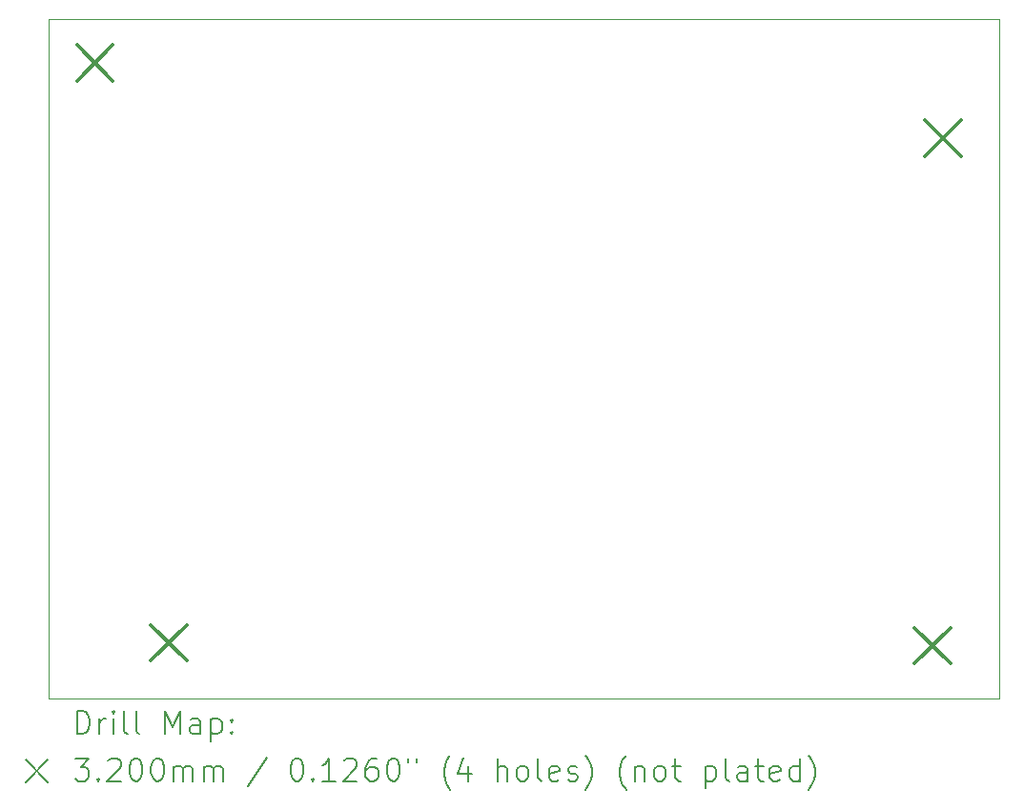
<source format=gbr>
%FSLAX45Y45*%
G04 Gerber Fmt 4.5, Leading zero omitted, Abs format (unit mm)*
G04 Created by KiCad (PCBNEW (6.0.1)) date 2022-02-08 14:36:47*
%MOMM*%
%LPD*%
G01*
G04 APERTURE LIST*
%TA.AperFunction,Profile*%
%ADD10C,0.100000*%
%TD*%
%ADD11C,0.200000*%
%ADD12C,0.320000*%
G04 APERTURE END LIST*
D10*
X7025640Y-7747000D02*
X15463520Y-7747000D01*
X15463520Y-7747000D02*
X15463520Y-13776960D01*
X15463520Y-13776960D02*
X7025640Y-13776960D01*
X7025640Y-13776960D02*
X7025640Y-7747000D01*
D11*
D12*
X7277120Y-7973080D02*
X7597120Y-8293080D01*
X7597120Y-7973080D02*
X7277120Y-8293080D01*
X7932440Y-13124200D02*
X8252440Y-13444200D01*
X8252440Y-13124200D02*
X7932440Y-13444200D01*
X14714240Y-13149600D02*
X15034240Y-13469600D01*
X15034240Y-13149600D02*
X14714240Y-13469600D01*
X14810760Y-8638560D02*
X15130760Y-8958560D01*
X15130760Y-8638560D02*
X14810760Y-8958560D01*
D11*
X7278259Y-14092436D02*
X7278259Y-13892436D01*
X7325878Y-13892436D01*
X7354449Y-13901960D01*
X7373497Y-13921008D01*
X7383021Y-13940055D01*
X7392545Y-13978150D01*
X7392545Y-14006722D01*
X7383021Y-14044817D01*
X7373497Y-14063865D01*
X7354449Y-14082912D01*
X7325878Y-14092436D01*
X7278259Y-14092436D01*
X7478259Y-14092436D02*
X7478259Y-13959103D01*
X7478259Y-13997198D02*
X7487783Y-13978150D01*
X7497307Y-13968627D01*
X7516354Y-13959103D01*
X7535402Y-13959103D01*
X7602068Y-14092436D02*
X7602068Y-13959103D01*
X7602068Y-13892436D02*
X7592545Y-13901960D01*
X7602068Y-13911484D01*
X7611592Y-13901960D01*
X7602068Y-13892436D01*
X7602068Y-13911484D01*
X7725878Y-14092436D02*
X7706830Y-14082912D01*
X7697307Y-14063865D01*
X7697307Y-13892436D01*
X7830640Y-14092436D02*
X7811592Y-14082912D01*
X7802068Y-14063865D01*
X7802068Y-13892436D01*
X8059211Y-14092436D02*
X8059211Y-13892436D01*
X8125878Y-14035293D01*
X8192545Y-13892436D01*
X8192545Y-14092436D01*
X8373497Y-14092436D02*
X8373497Y-13987674D01*
X8363973Y-13968627D01*
X8344926Y-13959103D01*
X8306830Y-13959103D01*
X8287783Y-13968627D01*
X8373497Y-14082912D02*
X8354449Y-14092436D01*
X8306830Y-14092436D01*
X8287783Y-14082912D01*
X8278259Y-14063865D01*
X8278259Y-14044817D01*
X8287783Y-14025769D01*
X8306830Y-14016246D01*
X8354449Y-14016246D01*
X8373497Y-14006722D01*
X8468735Y-13959103D02*
X8468735Y-14159103D01*
X8468735Y-13968627D02*
X8487783Y-13959103D01*
X8525878Y-13959103D01*
X8544926Y-13968627D01*
X8554450Y-13978150D01*
X8563973Y-13997198D01*
X8563973Y-14054341D01*
X8554450Y-14073388D01*
X8544926Y-14082912D01*
X8525878Y-14092436D01*
X8487783Y-14092436D01*
X8468735Y-14082912D01*
X8649688Y-14073388D02*
X8659211Y-14082912D01*
X8649688Y-14092436D01*
X8640164Y-14082912D01*
X8649688Y-14073388D01*
X8649688Y-14092436D01*
X8649688Y-13968627D02*
X8659211Y-13978150D01*
X8649688Y-13987674D01*
X8640164Y-13978150D01*
X8649688Y-13968627D01*
X8649688Y-13987674D01*
X6820640Y-14321960D02*
X7020640Y-14521960D01*
X7020640Y-14321960D02*
X6820640Y-14521960D01*
X7259211Y-14312436D02*
X7383021Y-14312436D01*
X7316354Y-14388627D01*
X7344926Y-14388627D01*
X7363973Y-14398150D01*
X7373497Y-14407674D01*
X7383021Y-14426722D01*
X7383021Y-14474341D01*
X7373497Y-14493388D01*
X7363973Y-14502912D01*
X7344926Y-14512436D01*
X7287783Y-14512436D01*
X7268735Y-14502912D01*
X7259211Y-14493388D01*
X7468735Y-14493388D02*
X7478259Y-14502912D01*
X7468735Y-14512436D01*
X7459211Y-14502912D01*
X7468735Y-14493388D01*
X7468735Y-14512436D01*
X7554449Y-14331484D02*
X7563973Y-14321960D01*
X7583021Y-14312436D01*
X7630640Y-14312436D01*
X7649688Y-14321960D01*
X7659211Y-14331484D01*
X7668735Y-14350531D01*
X7668735Y-14369579D01*
X7659211Y-14398150D01*
X7544926Y-14512436D01*
X7668735Y-14512436D01*
X7792545Y-14312436D02*
X7811592Y-14312436D01*
X7830640Y-14321960D01*
X7840164Y-14331484D01*
X7849688Y-14350531D01*
X7859211Y-14388627D01*
X7859211Y-14436246D01*
X7849688Y-14474341D01*
X7840164Y-14493388D01*
X7830640Y-14502912D01*
X7811592Y-14512436D01*
X7792545Y-14512436D01*
X7773497Y-14502912D01*
X7763973Y-14493388D01*
X7754449Y-14474341D01*
X7744926Y-14436246D01*
X7744926Y-14388627D01*
X7754449Y-14350531D01*
X7763973Y-14331484D01*
X7773497Y-14321960D01*
X7792545Y-14312436D01*
X7983021Y-14312436D02*
X8002068Y-14312436D01*
X8021116Y-14321960D01*
X8030640Y-14331484D01*
X8040164Y-14350531D01*
X8049688Y-14388627D01*
X8049688Y-14436246D01*
X8040164Y-14474341D01*
X8030640Y-14493388D01*
X8021116Y-14502912D01*
X8002068Y-14512436D01*
X7983021Y-14512436D01*
X7963973Y-14502912D01*
X7954449Y-14493388D01*
X7944926Y-14474341D01*
X7935402Y-14436246D01*
X7935402Y-14388627D01*
X7944926Y-14350531D01*
X7954449Y-14331484D01*
X7963973Y-14321960D01*
X7983021Y-14312436D01*
X8135402Y-14512436D02*
X8135402Y-14379103D01*
X8135402Y-14398150D02*
X8144926Y-14388627D01*
X8163973Y-14379103D01*
X8192545Y-14379103D01*
X8211592Y-14388627D01*
X8221116Y-14407674D01*
X8221116Y-14512436D01*
X8221116Y-14407674D02*
X8230640Y-14388627D01*
X8249688Y-14379103D01*
X8278259Y-14379103D01*
X8297307Y-14388627D01*
X8306830Y-14407674D01*
X8306830Y-14512436D01*
X8402069Y-14512436D02*
X8402069Y-14379103D01*
X8402069Y-14398150D02*
X8411592Y-14388627D01*
X8430640Y-14379103D01*
X8459211Y-14379103D01*
X8478259Y-14388627D01*
X8487783Y-14407674D01*
X8487783Y-14512436D01*
X8487783Y-14407674D02*
X8497307Y-14388627D01*
X8516354Y-14379103D01*
X8544926Y-14379103D01*
X8563973Y-14388627D01*
X8573497Y-14407674D01*
X8573497Y-14512436D01*
X8963973Y-14302912D02*
X8792545Y-14560055D01*
X9221116Y-14312436D02*
X9240164Y-14312436D01*
X9259211Y-14321960D01*
X9268735Y-14331484D01*
X9278259Y-14350531D01*
X9287783Y-14388627D01*
X9287783Y-14436246D01*
X9278259Y-14474341D01*
X9268735Y-14493388D01*
X9259211Y-14502912D01*
X9240164Y-14512436D01*
X9221116Y-14512436D01*
X9202069Y-14502912D01*
X9192545Y-14493388D01*
X9183021Y-14474341D01*
X9173497Y-14436246D01*
X9173497Y-14388627D01*
X9183021Y-14350531D01*
X9192545Y-14331484D01*
X9202069Y-14321960D01*
X9221116Y-14312436D01*
X9373497Y-14493388D02*
X9383021Y-14502912D01*
X9373497Y-14512436D01*
X9363973Y-14502912D01*
X9373497Y-14493388D01*
X9373497Y-14512436D01*
X9573497Y-14512436D02*
X9459211Y-14512436D01*
X9516354Y-14512436D02*
X9516354Y-14312436D01*
X9497307Y-14341008D01*
X9478259Y-14360055D01*
X9459211Y-14369579D01*
X9649688Y-14331484D02*
X9659211Y-14321960D01*
X9678259Y-14312436D01*
X9725878Y-14312436D01*
X9744926Y-14321960D01*
X9754450Y-14331484D01*
X9763973Y-14350531D01*
X9763973Y-14369579D01*
X9754450Y-14398150D01*
X9640164Y-14512436D01*
X9763973Y-14512436D01*
X9935402Y-14312436D02*
X9897307Y-14312436D01*
X9878259Y-14321960D01*
X9868735Y-14331484D01*
X9849688Y-14360055D01*
X9840164Y-14398150D01*
X9840164Y-14474341D01*
X9849688Y-14493388D01*
X9859211Y-14502912D01*
X9878259Y-14512436D01*
X9916354Y-14512436D01*
X9935402Y-14502912D01*
X9944926Y-14493388D01*
X9954450Y-14474341D01*
X9954450Y-14426722D01*
X9944926Y-14407674D01*
X9935402Y-14398150D01*
X9916354Y-14388627D01*
X9878259Y-14388627D01*
X9859211Y-14398150D01*
X9849688Y-14407674D01*
X9840164Y-14426722D01*
X10078259Y-14312436D02*
X10097307Y-14312436D01*
X10116354Y-14321960D01*
X10125878Y-14331484D01*
X10135402Y-14350531D01*
X10144926Y-14388627D01*
X10144926Y-14436246D01*
X10135402Y-14474341D01*
X10125878Y-14493388D01*
X10116354Y-14502912D01*
X10097307Y-14512436D01*
X10078259Y-14512436D01*
X10059211Y-14502912D01*
X10049688Y-14493388D01*
X10040164Y-14474341D01*
X10030640Y-14436246D01*
X10030640Y-14388627D01*
X10040164Y-14350531D01*
X10049688Y-14331484D01*
X10059211Y-14321960D01*
X10078259Y-14312436D01*
X10221116Y-14312436D02*
X10221116Y-14350531D01*
X10297307Y-14312436D02*
X10297307Y-14350531D01*
X10592545Y-14588627D02*
X10583021Y-14579103D01*
X10563973Y-14550531D01*
X10554450Y-14531484D01*
X10544926Y-14502912D01*
X10535402Y-14455293D01*
X10535402Y-14417198D01*
X10544926Y-14369579D01*
X10554450Y-14341008D01*
X10563973Y-14321960D01*
X10583021Y-14293388D01*
X10592545Y-14283865D01*
X10754450Y-14379103D02*
X10754450Y-14512436D01*
X10706830Y-14302912D02*
X10659211Y-14445769D01*
X10783021Y-14445769D01*
X11011592Y-14512436D02*
X11011592Y-14312436D01*
X11097307Y-14512436D02*
X11097307Y-14407674D01*
X11087783Y-14388627D01*
X11068735Y-14379103D01*
X11040164Y-14379103D01*
X11021116Y-14388627D01*
X11011592Y-14398150D01*
X11221116Y-14512436D02*
X11202068Y-14502912D01*
X11192545Y-14493388D01*
X11183021Y-14474341D01*
X11183021Y-14417198D01*
X11192545Y-14398150D01*
X11202068Y-14388627D01*
X11221116Y-14379103D01*
X11249688Y-14379103D01*
X11268735Y-14388627D01*
X11278259Y-14398150D01*
X11287783Y-14417198D01*
X11287783Y-14474341D01*
X11278259Y-14493388D01*
X11268735Y-14502912D01*
X11249688Y-14512436D01*
X11221116Y-14512436D01*
X11402068Y-14512436D02*
X11383021Y-14502912D01*
X11373497Y-14483865D01*
X11373497Y-14312436D01*
X11554449Y-14502912D02*
X11535402Y-14512436D01*
X11497307Y-14512436D01*
X11478259Y-14502912D01*
X11468735Y-14483865D01*
X11468735Y-14407674D01*
X11478259Y-14388627D01*
X11497307Y-14379103D01*
X11535402Y-14379103D01*
X11554449Y-14388627D01*
X11563973Y-14407674D01*
X11563973Y-14426722D01*
X11468735Y-14445769D01*
X11640164Y-14502912D02*
X11659211Y-14512436D01*
X11697307Y-14512436D01*
X11716354Y-14502912D01*
X11725878Y-14483865D01*
X11725878Y-14474341D01*
X11716354Y-14455293D01*
X11697307Y-14445769D01*
X11668735Y-14445769D01*
X11649688Y-14436246D01*
X11640164Y-14417198D01*
X11640164Y-14407674D01*
X11649688Y-14388627D01*
X11668735Y-14379103D01*
X11697307Y-14379103D01*
X11716354Y-14388627D01*
X11792545Y-14588627D02*
X11802068Y-14579103D01*
X11821116Y-14550531D01*
X11830640Y-14531484D01*
X11840164Y-14502912D01*
X11849688Y-14455293D01*
X11849688Y-14417198D01*
X11840164Y-14369579D01*
X11830640Y-14341008D01*
X11821116Y-14321960D01*
X11802068Y-14293388D01*
X11792545Y-14283865D01*
X12154449Y-14588627D02*
X12144926Y-14579103D01*
X12125878Y-14550531D01*
X12116354Y-14531484D01*
X12106830Y-14502912D01*
X12097307Y-14455293D01*
X12097307Y-14417198D01*
X12106830Y-14369579D01*
X12116354Y-14341008D01*
X12125878Y-14321960D01*
X12144926Y-14293388D01*
X12154449Y-14283865D01*
X12230640Y-14379103D02*
X12230640Y-14512436D01*
X12230640Y-14398150D02*
X12240164Y-14388627D01*
X12259211Y-14379103D01*
X12287783Y-14379103D01*
X12306830Y-14388627D01*
X12316354Y-14407674D01*
X12316354Y-14512436D01*
X12440164Y-14512436D02*
X12421116Y-14502912D01*
X12411592Y-14493388D01*
X12402068Y-14474341D01*
X12402068Y-14417198D01*
X12411592Y-14398150D01*
X12421116Y-14388627D01*
X12440164Y-14379103D01*
X12468735Y-14379103D01*
X12487783Y-14388627D01*
X12497307Y-14398150D01*
X12506830Y-14417198D01*
X12506830Y-14474341D01*
X12497307Y-14493388D01*
X12487783Y-14502912D01*
X12468735Y-14512436D01*
X12440164Y-14512436D01*
X12563973Y-14379103D02*
X12640164Y-14379103D01*
X12592545Y-14312436D02*
X12592545Y-14483865D01*
X12602068Y-14502912D01*
X12621116Y-14512436D01*
X12640164Y-14512436D01*
X12859211Y-14379103D02*
X12859211Y-14579103D01*
X12859211Y-14388627D02*
X12878259Y-14379103D01*
X12916354Y-14379103D01*
X12935402Y-14388627D01*
X12944926Y-14398150D01*
X12954449Y-14417198D01*
X12954449Y-14474341D01*
X12944926Y-14493388D01*
X12935402Y-14502912D01*
X12916354Y-14512436D01*
X12878259Y-14512436D01*
X12859211Y-14502912D01*
X13068735Y-14512436D02*
X13049688Y-14502912D01*
X13040164Y-14483865D01*
X13040164Y-14312436D01*
X13230640Y-14512436D02*
X13230640Y-14407674D01*
X13221116Y-14388627D01*
X13202068Y-14379103D01*
X13163973Y-14379103D01*
X13144926Y-14388627D01*
X13230640Y-14502912D02*
X13211592Y-14512436D01*
X13163973Y-14512436D01*
X13144926Y-14502912D01*
X13135402Y-14483865D01*
X13135402Y-14464817D01*
X13144926Y-14445769D01*
X13163973Y-14436246D01*
X13211592Y-14436246D01*
X13230640Y-14426722D01*
X13297307Y-14379103D02*
X13373497Y-14379103D01*
X13325878Y-14312436D02*
X13325878Y-14483865D01*
X13335402Y-14502912D01*
X13354449Y-14512436D01*
X13373497Y-14512436D01*
X13516354Y-14502912D02*
X13497307Y-14512436D01*
X13459211Y-14512436D01*
X13440164Y-14502912D01*
X13430640Y-14483865D01*
X13430640Y-14407674D01*
X13440164Y-14388627D01*
X13459211Y-14379103D01*
X13497307Y-14379103D01*
X13516354Y-14388627D01*
X13525878Y-14407674D01*
X13525878Y-14426722D01*
X13430640Y-14445769D01*
X13697307Y-14512436D02*
X13697307Y-14312436D01*
X13697307Y-14502912D02*
X13678259Y-14512436D01*
X13640164Y-14512436D01*
X13621116Y-14502912D01*
X13611592Y-14493388D01*
X13602068Y-14474341D01*
X13602068Y-14417198D01*
X13611592Y-14398150D01*
X13621116Y-14388627D01*
X13640164Y-14379103D01*
X13678259Y-14379103D01*
X13697307Y-14388627D01*
X13773497Y-14588627D02*
X13783021Y-14579103D01*
X13802068Y-14550531D01*
X13811592Y-14531484D01*
X13821116Y-14502912D01*
X13830640Y-14455293D01*
X13830640Y-14417198D01*
X13821116Y-14369579D01*
X13811592Y-14341008D01*
X13802068Y-14321960D01*
X13783021Y-14293388D01*
X13773497Y-14283865D01*
M02*

</source>
